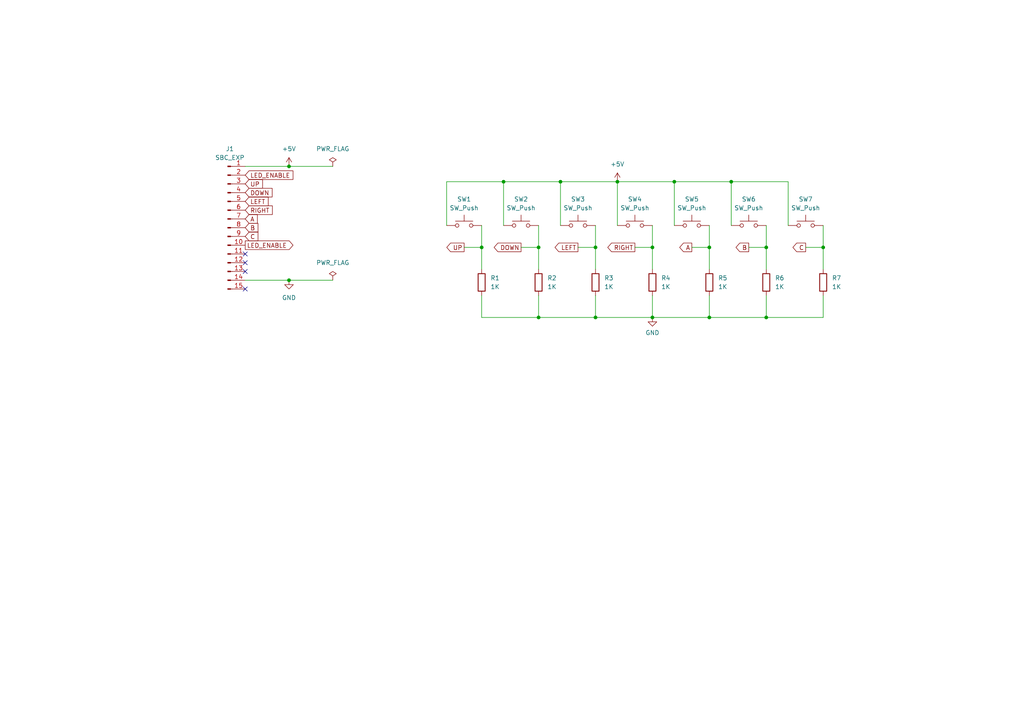
<source format=kicad_sch>
(kicad_sch (version 20211123) (generator eeschema)
  (paper "A4")
  (title_block (title "6502 SBC Expansion - Controller") (date "2022-06-14") (rev "2.3"))
  (lib_symbols
    (symbol "Connector:Conn_01x15_Male" (pin_names (offset 1.016) hide)
      (property "Reference" "J" (at 0 20.32 0))
      (property "Value" "Conn_01x15_Male" (at 0 -20.32 0))
      (symbol "Conn_01x15_Male_1_1"
        (polyline (pts (xy 1.27 -17.78) (xy 0.8636 -17.78)) (stroke (width 0.1524)))
        (polyline (pts (xy 1.27 -15.24) (xy 0.8636 -15.24)) (stroke (width 0.1524)))
        (polyline (pts (xy 1.27 -12.7) (xy 0.8636 -12.7)) (stroke (width 0.1524)))
        (polyline (pts (xy 1.27 -10.16) (xy 0.8636 -10.16)) (stroke (width 0.1524)))
        (polyline (pts (xy 1.27 -7.62) (xy 0.8636 -7.62)) (stroke (width 0.1524)))
        (polyline (pts (xy 1.27 -5.08) (xy 0.8636 -5.08)) (stroke (width 0.1524)))
        (polyline (pts (xy 1.27 -2.54) (xy 0.8636 -2.54)) (stroke (width 0.1524)))
        (polyline (pts (xy 1.27 0) (xy 0.8636 0)) (stroke (width 0.1524)))
        (polyline (pts (xy 1.27 2.54) (xy 0.8636 2.54)) (stroke (width 0.1524)))
        (polyline (pts (xy 1.27 5.08) (xy 0.8636 5.08)) (stroke (width 0.1524)))
        (polyline (pts (xy 1.27 7.62) (xy 0.8636 7.62)) (stroke (width 0.1524)))
        (polyline (pts (xy 1.27 10.16) (xy 0.8636 10.16)) (stroke (width 0.1524)))
        (polyline (pts (xy 1.27 12.7) (xy 0.8636 12.7)) (stroke (width 0.1524)))
        (polyline (pts (xy 1.27 15.24) (xy 0.8636 15.24)) (stroke (width 0.1524)))
        (polyline (pts (xy 1.27 17.78) (xy 0.8636 17.78)) (stroke (width 0.1524)))
        (rectangle (start 0.8636 -17.653) (end 0 -17.907) (stroke (width 0.1524)) (fill (type outline)))
        (rectangle (start 0.8636 -15.113) (end 0 -15.367) (stroke (width 0.1524)) (fill (type outline)))
        (rectangle (start 0.8636 -12.573) (end 0 -12.827) (stroke (width 0.1524)) (fill (type outline)))
        (rectangle (start 0.8636 -10.033) (end 0 -10.287) (stroke (width 0.1524)) (fill (type outline)))
        (rectangle (start 0.8636 -7.493) (end 0 -7.747) (stroke (width 0.1524)) (fill (type outline)))
        (rectangle (start 0.8636 -4.953) (end 0 -5.207) (stroke (width 0.1524)) (fill (type outline)))
        (rectangle (start 0.8636 -2.413) (end 0 -2.667) (stroke (width 0.1524)) (fill (type outline)))
        (rectangle (start 0.8636 0.127) (end 0 -0.127) (stroke (width 0.1524)) (fill (type outline)))
        (rectangle (start 0.8636 2.667) (end 0 2.413) (stroke (width 0.1524)) (fill (type outline)))
        (rectangle (start 0.8636 5.207) (end 0 4.953) (stroke (width 0.1524)) (fill (type outline)))
        (rectangle (start 0.8636 7.747) (end 0 7.493) (stroke (width 0.1524)) (fill (type outline)))
        (rectangle (start 0.8636 10.287) (end 0 10.033) (stroke (width 0.1524)) (fill (type outline)))
        (rectangle (start 0.8636 12.827) (end 0 12.573) (stroke (width 0.1524)) (fill (type outline)))
        (rectangle (start 0.8636 15.367) (end 0 15.113) (stroke (width 0.1524)) (fill (type outline)))
        (rectangle (start 0.8636 17.907) (end 0 17.653) (stroke (width 0.1524)) (fill (type outline)))
        (pin passive line (at 5.08 17.78 180) (length 3.81) (name "Pin_1") (number "1"))
        (pin passive line (at 5.08 -5.08 180) (length 3.81) (name "Pin_10") (number "10"))
        (pin passive line (at 5.08 -7.62 180) (length 3.81) (name "Pin_11") (number "11"))
        (pin passive line (at 5.08 -10.16 180) (length 3.81) (name "Pin_12") (number "12"))
        (pin passive line (at 5.08 -12.7 180) (length 3.81) (name "Pin_13") (number "13"))
        (pin passive line (at 5.08 -15.24 180) (length 3.81) (name "Pin_14") (number "14"))
        (pin passive line (at 5.08 -17.78 180) (length 3.81) (name "Pin_15") (number "15"))
        (pin passive line (at 5.08 15.24 180) (length 3.81) (name "Pin_2") (number "2"))
        (pin passive line (at 5.08 12.7 180) (length 3.81) (name "Pin_3") (number "3"))
        (pin passive line (at 5.08 10.16 180) (length 3.81) (name "Pin_4") (number "4"))
        (pin passive line (at 5.08 7.62 180) (length 3.81) (name "Pin_5") (number "5"))
        (pin passive line (at 5.08 5.08 180) (length 3.81) (name "Pin_6") (number "6"))
        (pin passive line (at 5.08 2.54 180) (length 3.81) (name "Pin_7") (number "7"))
        (pin passive line (at 5.08 0 180) (length 3.81) (name "Pin_8") (number "8"))
        (pin passive line (at 5.08 -2.54 180) (length 3.81) (name "Pin_9") (number "9"))
      )
    )
    (symbol "Device:R" (pin_numbers hide) (pin_names (offset 0))
      (property "Reference" "R" (at 2.032 0 90))
      (property "Value" "R" (at 0 0 90))
      (symbol "R_0_1"
        (rectangle (start -1.016 -2.54) (end 1.016 2.54) (stroke (width 0.254)))
      )
      (symbol "R_1_1"
        (pin passive line (at 0 3.81 270) (length 1.27) (name "~") (number "1"))
        (pin passive line (at 0 -3.81 90) (length 1.27) (name "~") (number "2"))
      )
    )
    (symbol "Switch:SW_Push" (pin_numbers hide) (pin_names (offset 1.016) hide)
      (property "Reference" "SW" (at 1.27 2.54 0))
      (property "Value" "SW_Push" (at 0 -1.524 0))
      (symbol "SW_Push_0_1"
        (circle (center -2.032 0) (radius 0.508))
        (polyline (pts (xy 0 1.27) (xy 0 3.048)))
        (polyline (pts (xy 2.54 1.27) (xy -2.54 1.27)))
        (circle (center 2.032 0) (radius 0.508))
        (pin passive line (at -5.08 0 0) (length 2.54) (name "1") (number "1"))
        (pin passive line (at 5.08 0 180) (length 2.54) (name "2") (number "2"))
      )
    )
    (symbol "power:+5V" (power) (pin_names (offset 0))
      (property "Value" "+5V" (at 0 3.556 0))
      (symbol "+5V_0_1"
        (polyline (pts (xy -0.762 1.27) (xy 0 2.54)))
        (polyline (pts (xy 0 0) (xy 0 2.54)))
        (polyline (pts (xy 0 2.54) (xy 0.762 1.27)))
      )
      (symbol "+5V_1_1"
        (pin power_in line (at 0 0 90) (length 0) hide (name "+5V") (number "1"))
      )
    )
    (symbol "power:GND" (power) (pin_names (offset 0))
      (property "Value" "GND" (at 0 -3.81 0))
      (symbol "GND_0_1"
        (polyline (pts (xy 0 0) (xy 0 -1.27) (xy 1.27 -1.27) (xy 0 -2.54) (xy -1.27 -1.27) (xy 0 -1.27)))
      )
      (symbol "GND_1_1"
        (pin power_in line (at 0 0 270) (length 0) hide (name "GND") (number "1"))
      )
    )
    (symbol "power:PWR_FLAG" (power) (pin_numbers hide) (pin_names (offset 0) hide)
      (property "Value" "PWR_FLAG" (at 0 3.81 0))
      (symbol "PWR_FLAG_0_0"
        (pin power_out line (at 0 0 90) (length 0) (name "pwr") (number "1"))
      )
      (symbol "PWR_FLAG_0_1"
        (polyline (pts (xy 0 0) (xy 0 1.27) (xy -1.016 1.905) (xy 0 2.54) (xy 1.016 1.905) (xy 0 1.27)))
      )
    )
  )
  (junction (at 172.72 71.755))
  (junction (at 156.21 71.755))
  (junction (at 146.05 52.705))
  (junction (at 238.76 71.755))
  (junction (at 156.21 92.075))
  (junction (at 162.56 52.705))
  (junction (at 212.09 52.705))
  (junction (at 139.7 71.755))
  (junction (at 83.82 48.26))
  (junction (at 222.25 71.755))
  (junction (at 205.74 92.075))
  (junction (at 172.72 92.075))
  (junction (at 189.23 71.755))
  (junction (at 83.82 81.28))
  (junction (at 195.58 52.705))
  (junction (at 222.25 92.075))
  (junction (at 189.23 92.075))
  (junction (at 179.07 52.705))
  (junction (at 205.74 71.755))
  (no_connect (at 71.12 78.74))
  (no_connect (at 71.12 76.2))
  (no_connect (at 71.12 73.66))
  (no_connect (at 71.12 83.82))
  (wire (pts (xy 189.23 92.075) (xy 189.23 85.725)))
  (wire (pts (xy 83.82 48.26) (xy 96.52 48.26)))
  (wire (pts (xy 156.21 92.075) (xy 172.72 92.075)))
  (wire (pts (xy 139.7 78.105) (xy 139.7 71.755)))
  (wire (pts (xy 222.25 65.405) (xy 222.25 71.755)))
  (wire (pts (xy 189.23 65.405) (xy 189.23 71.755)))
  (wire (pts (xy 238.76 78.105) (xy 238.76 71.755)))
  (wire (pts (xy 139.7 85.725) (xy 139.7 92.075)))
  (wire (pts (xy 156.21 78.105) (xy 156.21 71.755)))
  (wire (pts (xy 205.74 65.405) (xy 205.74 71.755)))
  (wire (pts (xy 212.09 52.705) (xy 212.09 65.405)))
  (wire (pts (xy 129.54 52.705) (xy 146.05 52.705)))
  (wire (pts (xy 189.23 78.105) (xy 189.23 71.755)))
  (wire (pts (xy 172.72 92.075) (xy 172.72 85.725)))
  (wire (pts (xy 233.68 71.755) (xy 238.76 71.755)))
  (wire (pts (xy 156.21 92.075) (xy 156.21 85.725)))
  (wire (pts (xy 162.56 52.705) (xy 179.07 52.705)))
  (wire (pts (xy 83.82 81.28) (xy 96.52 81.28)))
  (wire (pts (xy 146.05 52.705) (xy 162.56 52.705)))
  (wire (pts (xy 222.25 92.075) (xy 222.25 85.725)))
  (wire (pts (xy 134.62 71.755) (xy 139.7 71.755)))
  (wire (pts (xy 71.12 81.28) (xy 83.82 81.28)))
  (wire (pts (xy 156.21 65.405) (xy 156.21 71.755)))
  (wire (pts (xy 189.23 92.075) (xy 205.74 92.075)))
  (wire (pts (xy 172.72 92.075) (xy 189.23 92.075)))
  (wire (pts (xy 222.25 92.075) (xy 238.76 92.075)))
  (wire (pts (xy 238.76 92.075) (xy 238.76 85.725)))
  (wire (pts (xy 195.58 52.705) (xy 195.58 65.405)))
  (wire (pts (xy 222.25 78.105) (xy 222.25 71.755)))
  (wire (pts (xy 139.7 65.405) (xy 139.7 71.755)))
  (wire (pts (xy 228.6 52.705) (xy 228.6 65.405)))
  (wire (pts (xy 146.05 52.705) (xy 146.05 65.405)))
  (wire (pts (xy 129.54 52.705) (xy 129.54 65.405)))
  (wire (pts (xy 162.56 52.705) (xy 162.56 65.405)))
  (wire (pts (xy 195.58 52.705) (xy 212.09 52.705)))
  (wire (pts (xy 167.64 71.755) (xy 172.72 71.755)))
  (wire (pts (xy 179.07 52.705) (xy 195.58 52.705)))
  (wire (pts (xy 184.15 71.755) (xy 189.23 71.755)))
  (wire (pts (xy 139.7 92.075) (xy 156.21 92.075)))
  (wire (pts (xy 238.76 65.405) (xy 238.76 71.755)))
  (wire (pts (xy 205.74 92.075) (xy 222.25 92.075)))
  (wire (pts (xy 205.74 92.075) (xy 205.74 85.725)))
  (wire (pts (xy 172.72 65.405) (xy 172.72 71.755)))
  (wire (pts (xy 179.07 52.705) (xy 179.07 65.405)))
  (wire (pts (xy 217.17 71.755) (xy 222.25 71.755)))
  (wire (pts (xy 212.09 52.705) (xy 228.6 52.705)))
  (wire (pts (xy 151.13 71.755) (xy 156.21 71.755)))
  (wire (pts (xy 205.74 78.105) (xy 205.74 71.755)))
  (wire (pts (xy 200.66 71.755) (xy 205.74 71.755)))
  (wire (pts (xy 172.72 78.105) (xy 172.72 71.755)))
  (wire (pts (xy 71.12 48.26) (xy 83.82 48.26)))
  (global_label "RIGHT" (shape input) (at 71.12 60.96 0) (property "Intersheet References" "${INTERSHEET_REFS}" (effects hide)))
  (global_label "C" (shape input) (at 71.12 68.58 0) (property "Intersheet References" "${INTERSHEET_REFS}" (effects hide)))
  (global_label "LEFT" (shape input) (at 71.12 58.42 0) (property "Intersheet References" "${INTERSHEET_REFS}" (effects hide)))
  (global_label "DOWN" (shape input) (at 71.12 55.88 0) (property "Intersheet References" "${INTERSHEET_REFS}" (effects hide)))
  (global_label "LED_ENABLE" (shape input) (at 71.12 50.8 0) (property "Intersheet References" "${INTERSHEET_REFS}" (effects hide)))
  (global_label "LEFT" (shape output) (at 167.64 71.755 180) (property "Intersheet References" "${INTERSHEET_REFS}" (effects hide)))
  (global_label "DOWN" (shape output) (at 151.13 71.755 180) (property "Intersheet References" "${INTERSHEET_REFS}" (effects hide)))
  (global_label "A" (shape input) (at 71.12 63.5 0) (property "Intersheet References" "${INTERSHEET_REFS}" (effects hide)))
  (global_label "LED_ENABLE" (shape output) (at 71.12 71.12 0) (property "Intersheet References" "${INTERSHEET_REFS}" (effects hide)))
  (global_label "A" (shape output) (at 200.66 71.755 180) (property "Intersheet References" "${INTERSHEET_REFS}" (effects hide)))
  (global_label "C" (shape output) (at 233.68 71.755 180) (property "Intersheet References" "${INTERSHEET_REFS}" (effects hide)))
  (global_label "B" (shape output) (at 217.17 71.755 180) (property "Intersheet References" "${INTERSHEET_REFS}" (effects hide)))
  (global_label "B" (shape input) (at 71.12 66.04 0) (property "Intersheet References" "${INTERSHEET_REFS}" (effects hide)))
  (global_label "RIGHT" (shape output) (at 184.15 71.755 180) (property "Intersheet References" "${INTERSHEET_REFS}" (effects hide)))
  (global_label "UP" (shape output) (at 134.62 71.755 180) (property "Intersheet References" "${INTERSHEET_REFS}" (effects hide)))
  (global_label "UP" (shape input) (at 71.12 53.34 0) (property "Intersheet References" "${INTERSHEET_REFS}" (effects hide)))
  (symbol (lib_id "Device:R") (at 156.21 81.915 0) (unit 1)
    (property "Reference" "R2" (at 158.75 80.6449 0) (effects (justify left)))
    (property "Value" "1K" (at 158.75 83.1849 0) (effects (justify left)))
    (property "Footprint" "Resistor_SMD:R_0805_2012Metric_Pad1.20x1.40mm_HandSolder" (effects hide))
  )
  (symbol (lib_id "Switch:SW_Push") (at 200.66 65.405 0) (unit 1)
    (property "Reference" "SW5" (at 200.66 57.785 0))
    (property "Value" "SW_Push" (at 200.66 60.325 0))
    (property "Footprint" "Button_Switch_SMD:SW_Push_1P1T_NO_6x6mm_H9.5mm" (effects hide))
  )
  (symbol (lib_id "Switch:SW_Push") (at 217.17 65.405 0) (unit 1)
    (property "Reference" "SW6" (at 217.17 57.785 0))
    (property "Value" "SW_Push" (at 217.17 60.325 0))
    (property "Footprint" "Button_Switch_SMD:SW_Push_1P1T_NO_6x6mm_H9.5mm" (effects hide))
  )
  (symbol (lib_id "Switch:SW_Push") (at 233.68 65.405 0) (unit 1)
    (property "Reference" "SW7" (at 233.68 57.785 0))
    (property "Value" "SW_Push" (at 233.68 60.325 0))
    (property "Footprint" "Button_Switch_SMD:SW_Push_1P1T_NO_6x6mm_H9.5mm" (effects hide))
  )
  (symbol (lib_id "Device:R") (at 238.76 81.915 0) (unit 1)
    (property "Reference" "R7" (at 241.3 80.6449 0) (effects (justify left)))
    (property "Value" "1K" (at 241.3 83.1849 0) (effects (justify left)))
    (property "Footprint" "Resistor_SMD:R_0805_2012Metric_Pad1.20x1.40mm_HandSolder" (effects hide))
  )
  (symbol (lib_id "power:+5V") (at 179.07 52.705 0) (unit 1)
    (property "Reference" "#PWR0103" (effects hide))
    (property "Value" "+5V" (at 179.07 47.625 0))
  )
  (symbol (lib_id "power:+5V") (at 83.82 48.26 0) (mirror y) (unit 1)
    (property "Reference" "#PWR0101" (effects hide))
    (property "Value" "+5V" (at 83.82 43.18 0))
  )
  (symbol (lib_id "Switch:SW_Push") (at 184.15 65.405 0) (unit 1)
    (property "Reference" "SW4" (at 184.15 57.785 0))
    (property "Value" "SW_Push" (at 184.15 60.325 0))
    (property "Footprint" "Button_Switch_SMD:SW_Push_1P1T_NO_6x6mm_H9.5mm" (effects hide))
  )
  (symbol (lib_id "Switch:SW_Push") (at 134.62 65.405 0) (unit 1)
    (property "Reference" "SW1" (at 134.62 57.785 0))
    (property "Value" "SW_Push" (at 134.62 60.325 0))
    (property "Footprint" "Button_Switch_SMD:SW_Push_1P1T_NO_6x6mm_H9.5mm" (effects hide))
  )
  (symbol (lib_id "power:GND") (at 189.23 92.075 0) (unit 1)
    (property "Reference" "#PWR0104" (effects hide))
    (property "Value" "GND" (at 189.23 96.52 0))
  )
  (symbol (lib_id "Device:R") (at 189.23 81.915 0) (unit 1)
    (property "Reference" "R4" (at 191.77 80.6449 0) (effects (justify left)))
    (property "Value" "1K" (at 191.77 83.1849 0) (effects (justify left)))
    (property "Footprint" "Resistor_SMD:R_0805_2012Metric_Pad1.20x1.40mm_HandSolder" (effects hide))
  )
  (symbol (lib_id "power:PWR_FLAG") (at 96.52 48.26 0) (mirror y) (unit 1)
    (property "Reference" "#FLG0101" (effects hide))
    (property "Value" "PWR_FLAG" (at 96.52 43.18 0))
  )
  (symbol (lib_id "power:PWR_FLAG") (at 96.52 81.28 0) (mirror y) (unit 1)
    (property "Reference" "#FLG0102" (effects hide))
    (property "Value" "PWR_FLAG" (at 96.52 76.2 0))
  )
  (symbol (lib_id "Switch:SW_Push") (at 167.64 65.405 0) (unit 1)
    (property "Reference" "SW3" (at 167.64 57.785 0))
    (property "Value" "SW_Push" (at 167.64 60.325 0))
    (property "Footprint" "Button_Switch_SMD:SW_Push_1P1T_NO_6x6mm_H9.5mm" (effects hide))
  )
  (symbol (lib_id "Device:R") (at 172.72 81.915 0) (unit 1)
    (property "Reference" "R3" (at 175.26 80.6449 0) (effects (justify left)))
    (property "Value" "1K" (at 175.26 83.1849 0) (effects (justify left)))
    (property "Footprint" "Resistor_SMD:R_0805_2012Metric_Pad1.20x1.40mm_HandSolder" (effects hide))
  )
  (symbol (lib_id "Device:R") (at 205.74 81.915 0) (unit 1)
    (property "Reference" "R5" (at 208.28 80.6449 0) (effects (justify left)))
    (property "Value" "1K" (at 208.28 83.1849 0) (effects (justify left)))
    (property "Footprint" "Resistor_SMD:R_0805_2012Metric_Pad1.20x1.40mm_HandSolder" (effects hide))
  )
  (symbol (lib_id "Device:R") (at 139.7 81.915 0) (unit 1)
    (property "Reference" "R1" (at 142.24 80.6449 0) (effects (justify left)))
    (property "Value" "1K" (at 142.24 83.1849 0) (effects (justify left)))
    (property "Footprint" "Resistor_SMD:R_0805_2012Metric_Pad1.20x1.40mm_HandSolder" (effects hide))
  )
  (symbol (lib_id "Device:R") (at 222.25 81.915 0) (unit 1)
    (property "Reference" "R6" (at 224.79 80.6449 0) (effects (justify left)))
    (property "Value" "1K" (at 224.79 83.1849 0) (effects (justify left)))
    (property "Footprint" "Resistor_SMD:R_0805_2012Metric_Pad1.20x1.40mm_HandSolder" (effects hide))
  )
  (symbol (lib_id "Switch:SW_Push") (at 151.13 65.405 0) (unit 1)
    (property "Reference" "SW2" (at 151.13 57.785 0))
    (property "Value" "SW_Push" (at 151.13 60.325 0))
    (property "Footprint" "Button_Switch_SMD:SW_Push_1P1T_NO_6x6mm_H9.5mm" (effects hide))
  )
  (symbol (lib_id "Connector:Conn_01x15_Male") (at 66.04 66.04 0) (unit 1)
    (property "Reference" "J1" (at 66.675 43.18 0))
    (property "Value" "SBC_EXP" (at 66.675 45.72 0))
    (property "Footprint" "Connector_PinHeader_2.54mm:PinHeader_1x15_P2.54mm_Vertical" (effects hide))
  )
  (symbol (lib_id "power:GND") (at 83.82 81.28 0) (unit 1)
    (property "Reference" "#PWR0102" (effects hide))
    (property "Value" "GND" (at 83.82 86.36 0))
  )
)
</source>
